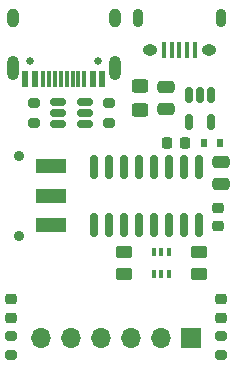
<source format=gts>
G04 #@! TF.GenerationSoftware,KiCad,Pcbnew,7.0.5-7.0.5~ubuntu22.04.1*
G04 #@! TF.CreationDate,2023-07-13T11:12:20+08:00*
G04 #@! TF.ProjectId,EFP-flash,4546502d-666c-4617-9368-2e6b69636164,v1.1.0*
G04 #@! TF.SameCoordinates,Original*
G04 #@! TF.FileFunction,Soldermask,Top*
G04 #@! TF.FilePolarity,Negative*
%FSLAX46Y46*%
G04 Gerber Fmt 4.6, Leading zero omitted, Abs format (unit mm)*
G04 Created by KiCad (PCBNEW 7.0.5-7.0.5~ubuntu22.04.1) date 2023-07-13 11:12:20*
%MOMM*%
%LPD*%
G01*
G04 APERTURE LIST*
G04 Aperture macros list*
%AMRoundRect*
0 Rectangle with rounded corners*
0 $1 Rounding radius*
0 $2 $3 $4 $5 $6 $7 $8 $9 X,Y pos of 4 corners*
0 Add a 4 corners polygon primitive as box body*
4,1,4,$2,$3,$4,$5,$6,$7,$8,$9,$2,$3,0*
0 Add four circle primitives for the rounded corners*
1,1,$1+$1,$2,$3*
1,1,$1+$1,$4,$5*
1,1,$1+$1,$6,$7*
1,1,$1+$1,$8,$9*
0 Add four rect primitives between the rounded corners*
20,1,$1+$1,$2,$3,$4,$5,0*
20,1,$1+$1,$4,$5,$6,$7,0*
20,1,$1+$1,$6,$7,$8,$9,0*
20,1,$1+$1,$8,$9,$2,$3,0*%
G04 Aperture macros list end*
%ADD10RoundRect,0.250000X0.450000X-0.262500X0.450000X0.262500X-0.450000X0.262500X-0.450000X-0.262500X0*%
%ADD11R,0.400000X1.350000*%
%ADD12O,0.890000X1.550000*%
%ADD13O,1.250000X0.950000*%
%ADD14RoundRect,0.225000X-0.225000X-0.250000X0.225000X-0.250000X0.225000X0.250000X-0.225000X0.250000X0*%
%ADD15RoundRect,0.150000X-0.512500X-0.150000X0.512500X-0.150000X0.512500X0.150000X-0.512500X0.150000X0*%
%ADD16RoundRect,0.150000X-0.150000X0.512500X-0.150000X-0.512500X0.150000X-0.512500X0.150000X0.512500X0*%
%ADD17RoundRect,0.150000X-0.150000X0.825000X-0.150000X-0.825000X0.150000X-0.825000X0.150000X0.825000X0*%
%ADD18R,0.600000X0.700000*%
%ADD19RoundRect,0.225000X0.250000X-0.225000X0.250000X0.225000X-0.250000X0.225000X-0.250000X-0.225000X0*%
%ADD20RoundRect,0.200000X-0.275000X0.200000X-0.275000X-0.200000X0.275000X-0.200000X0.275000X0.200000X0*%
%ADD21RoundRect,0.200000X0.275000X-0.200000X0.275000X0.200000X-0.275000X0.200000X-0.275000X-0.200000X0*%
%ADD22RoundRect,0.250000X-0.475000X0.250000X-0.475000X-0.250000X0.475000X-0.250000X0.475000X0.250000X0*%
%ADD23R,0.400000X0.650000*%
%ADD24RoundRect,0.218750X0.256250X-0.218750X0.256250X0.218750X-0.256250X0.218750X-0.256250X-0.218750X0*%
%ADD25RoundRect,0.250000X0.475000X-0.250000X0.475000X0.250000X-0.475000X0.250000X-0.475000X-0.250000X0*%
%ADD26C,0.900000*%
%ADD27R,2.500000X1.250000*%
%ADD28RoundRect,0.250000X0.450000X-0.325000X0.450000X0.325000X-0.450000X0.325000X-0.450000X-0.325000X0*%
%ADD29C,0.650000*%
%ADD30R,0.600000X1.450000*%
%ADD31R,0.300000X1.450000*%
%ADD32O,1.000000X2.100000*%
%ADD33O,1.000000X1.600000*%
%ADD34R,1.700000X1.700000*%
%ADD35O,1.700000X1.700000*%
%ADD36RoundRect,0.250000X-0.450000X0.262500X-0.450000X-0.262500X0.450000X-0.262500X0.450000X0.262500X0*%
G04 APERTURE END LIST*
D10*
G04 #@! TO.C,R104*
X149860000Y-60602500D03*
X149860000Y-58777500D03*
G04 #@! TD*
D11*
G04 #@! TO.C,J101*
X149509000Y-41659000D03*
X148859000Y-41659000D03*
X148209000Y-41659000D03*
X147559000Y-41659000D03*
X146909000Y-41659000D03*
D12*
X151709000Y-38959000D03*
D13*
X150709000Y-41659000D03*
X145709000Y-41659000D03*
D12*
X144709000Y-38959000D03*
G04 #@! TD*
D14*
G04 #@! TO.C,C103*
X147180000Y-49530000D03*
X148730000Y-49530000D03*
G04 #@! TD*
D15*
G04 #@! TO.C,U101*
X137927500Y-46040000D03*
X137927500Y-46990000D03*
X137927500Y-47940000D03*
X140202500Y-47940000D03*
X140202500Y-46990000D03*
X140202500Y-46040000D03*
G04 #@! TD*
D16*
G04 #@! TO.C,U102*
X150937000Y-45471500D03*
X149987000Y-45471500D03*
X149037000Y-45471500D03*
X149037000Y-47746500D03*
X150937000Y-47746500D03*
G04 #@! TD*
D17*
G04 #@! TO.C,U103*
X149860000Y-51500000D03*
X148590000Y-51500000D03*
X147320000Y-51500000D03*
X146050000Y-51500000D03*
X144780000Y-51500000D03*
X143510000Y-51500000D03*
X142240000Y-51500000D03*
X140970000Y-51500000D03*
X140970000Y-56450000D03*
X142240000Y-56450000D03*
X143510000Y-56450000D03*
X144780000Y-56450000D03*
X146050000Y-56450000D03*
X147320000Y-56450000D03*
X148590000Y-56450000D03*
X149860000Y-56450000D03*
G04 #@! TD*
D18*
G04 #@! TO.C,D101*
X151703000Y-49530000D03*
X150303000Y-49530000D03*
G04 #@! TD*
D19*
G04 #@! TO.C,C104*
X151511000Y-56528000D03*
X151511000Y-54978000D03*
G04 #@! TD*
D20*
G04 #@! TO.C,R105*
X133985000Y-65850000D03*
X133985000Y-67500000D03*
G04 #@! TD*
D21*
G04 #@! TO.C,R102*
X142240000Y-47815000D03*
X142240000Y-46165000D03*
G04 #@! TD*
D22*
G04 #@! TO.C,C102*
X151765000Y-51120000D03*
X151765000Y-53020000D03*
G04 #@! TD*
D23*
G04 #@! TO.C,Q101*
X146035000Y-60640000D03*
X146685000Y-60640000D03*
X147335000Y-60640000D03*
X147335000Y-58740000D03*
X146685000Y-58740000D03*
X146035000Y-58740000D03*
G04 #@! TD*
D20*
G04 #@! TO.C,R106*
X151765000Y-65850000D03*
X151765000Y-67500000D03*
G04 #@! TD*
D24*
G04 #@! TO.C,D102*
X133985000Y-64287500D03*
X133985000Y-62712500D03*
G04 #@! TD*
D25*
G04 #@! TO.C,C101*
X147066000Y-46670000D03*
X147066000Y-44770000D03*
G04 #@! TD*
D24*
G04 #@! TO.C,D103*
X151765000Y-64287500D03*
X151765000Y-62712500D03*
G04 #@! TD*
D26*
G04 #@! TO.C,SW101*
X134620000Y-50575000D03*
X134620000Y-57375000D03*
D27*
X137370000Y-51475000D03*
X137370000Y-53975000D03*
X137370000Y-56475000D03*
G04 #@! TD*
D21*
G04 #@! TO.C,R101*
X135890000Y-47815000D03*
X135890000Y-46165000D03*
G04 #@! TD*
D28*
G04 #@! TO.C,F101*
X144907000Y-46745000D03*
X144907000Y-44695000D03*
G04 #@! TD*
D29*
G04 #@! TO.C,J102*
X141320000Y-42605000D03*
X135540000Y-42605000D03*
D30*
X141680000Y-44050000D03*
X140880000Y-44050000D03*
D31*
X139680000Y-44050000D03*
X138680000Y-44050000D03*
X138180000Y-44050000D03*
X137180000Y-44050000D03*
D30*
X135980000Y-44050000D03*
X135180000Y-44050000D03*
X135180000Y-44050000D03*
X135980000Y-44050000D03*
D31*
X136680000Y-44050000D03*
X137680000Y-44050000D03*
X139180000Y-44050000D03*
X140180000Y-44050000D03*
D30*
X140880000Y-44050000D03*
X141680000Y-44050000D03*
D32*
X142750000Y-43135000D03*
D33*
X142750000Y-38955000D03*
D32*
X134110000Y-43135000D03*
D33*
X134110000Y-38955000D03*
G04 #@! TD*
D34*
G04 #@! TO.C,J103*
X149225000Y-66040000D03*
D35*
X146685000Y-66040000D03*
X144145000Y-66040000D03*
X141605000Y-66040000D03*
X139065000Y-66040000D03*
X136525000Y-66040000D03*
G04 #@! TD*
D36*
G04 #@! TO.C,R103*
X143510000Y-58777500D03*
X143510000Y-60602500D03*
G04 #@! TD*
M02*

</source>
